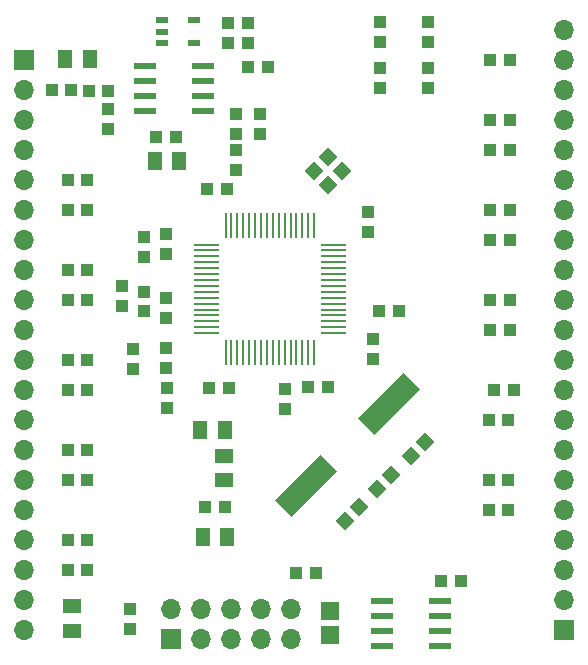
<source format=gbr>
%TF.GenerationSoftware,KiCad,Pcbnew,7.0.8*%
%TF.CreationDate,2024-01-04T13:35:51+01:00*%
%TF.ProjectId,OSSI_CM1,4f535349-5f43-44d3-912e-6b696361645f,rev?*%
%TF.SameCoordinates,Original*%
%TF.FileFunction,Soldermask,Top*%
%TF.FilePolarity,Negative*%
%FSLAX46Y46*%
G04 Gerber Fmt 4.6, Leading zero omitted, Abs format (unit mm)*
G04 Created by KiCad (PCBNEW 7.0.8) date 2024-01-04 13:35:51*
%MOMM*%
%LPD*%
G01*
G04 APERTURE LIST*
G04 Aperture macros list*
%AMRotRect*
0 Rectangle, with rotation*
0 The origin of the aperture is its center*
0 $1 length*
0 $2 width*
0 $3 Rotation angle, in degrees counterclockwise*
0 Add horizontal line*
21,1,$1,$2,0,0,$3*%
G04 Aperture macros list end*
%ADD10R,1.100000X1.100000*%
%ADD11RotRect,1.100000X1.100000X225.000000*%
%ADD12R,1.050000X0.600000*%
%ADD13RotRect,1.100000X1.100000X45.000000*%
%ADD14R,1.500000X1.250000*%
%ADD15R,1.500000X1.500000*%
%ADD16R,1.970000X0.600000*%
%ADD17R,1.250000X1.500000*%
%ADD18RotRect,5.500000X2.000000X45.000000*%
%ADD19R,1.700000X1.700000*%
%ADD20O,1.700000X1.700000*%
%ADD21O,1.500000X0.250000*%
%ADD22O,0.250000X1.500000*%
G04 APERTURE END LIST*
D10*
%TO.C,R140*%
X153550000Y-79804000D03*
X153550000Y-78127600D03*
%TD*%
%TO.C,H140*%
X153550000Y-75904000D03*
X153550000Y-74227600D03*
%TD*%
D11*
%TO.C,C102*%
X153292443Y-109761556D03*
X152107049Y-110946950D03*
%TD*%
D10*
%TO.C,R124*%
X124738200Y-120650000D03*
X123061800Y-120650000D03*
%TD*%
D12*
%TO.C,D101*%
X131038200Y-74104000D03*
X131038200Y-75054000D03*
X131038200Y-76004000D03*
X133738200Y-76004000D03*
X133738200Y-74104000D03*
%TD*%
D10*
%TO.C,R114*%
X160858200Y-105410000D03*
X159181800Y-105410000D03*
%TD*%
%TO.C,R131*%
X139350000Y-82015800D03*
X139350000Y-83692200D03*
%TD*%
%TO.C,R132*%
X126526400Y-80104000D03*
X124850000Y-80104000D03*
%TD*%
%TO.C,R115*%
X160488200Y-100330000D03*
X158811800Y-100330000D03*
%TD*%
%TO.C,R105*%
X123061800Y-102870000D03*
X124738200Y-102870000D03*
%TD*%
%TO.C,C115*%
X154673600Y-121529001D03*
X156350000Y-121529001D03*
%TD*%
%TO.C,R123*%
X124738200Y-118110000D03*
X123061800Y-118110000D03*
%TD*%
%TO.C,R116*%
X148939008Y-101065800D03*
X148939008Y-102742200D03*
%TD*%
D13*
%TO.C,R121*%
X145107303Y-87996697D03*
X146292697Y-86811303D03*
%TD*%
D10*
%TO.C,C106*%
X129500000Y-98742200D03*
X129500000Y-97065800D03*
%TD*%
D14*
%TO.C,L101*%
X136336800Y-110979000D03*
X136336800Y-113029000D03*
%TD*%
D10*
%TO.C,R127*%
X158711800Y-113030000D03*
X160388200Y-113030000D03*
%TD*%
%TO.C,R102*%
X123061800Y-95250000D03*
X124738200Y-95250000D03*
%TD*%
%TO.C,R104*%
X123061800Y-97790000D03*
X124738200Y-97790000D03*
%TD*%
%TO.C,R109*%
X123061800Y-90170000D03*
X124738200Y-90170000D03*
%TD*%
%TO.C,C112*%
X134861800Y-88404000D03*
X136538200Y-88404000D03*
%TD*%
%TO.C,R118*%
X158811800Y-92710000D03*
X160488200Y-92710000D03*
%TD*%
D15*
%TO.C,RESET0*%
X145300000Y-126100000D03*
X145300000Y-124100000D03*
%TD*%
D10*
%TO.C,R106*%
X123061800Y-105410000D03*
X124738200Y-105410000D03*
%TD*%
%TO.C,C116*%
X131450000Y-106892200D03*
X131450000Y-105215800D03*
%TD*%
%TO.C,C120*%
X134736800Y-115297400D03*
X136413200Y-115297400D03*
%TD*%
D16*
%TO.C,U104*%
X129613200Y-77999000D03*
X129613200Y-79269000D03*
X129613200Y-80539000D03*
X129613200Y-81809000D03*
X134563200Y-81809000D03*
X134563200Y-80539000D03*
X134563200Y-79269000D03*
X134563200Y-77999000D03*
%TD*%
D10*
%TO.C,R119*%
X158811800Y-90170000D03*
X160488200Y-90170000D03*
%TD*%
D17*
%TO.C,C124*%
X124925000Y-77404000D03*
X122875000Y-77404000D03*
%TD*%
D13*
%TO.C,R122*%
X143957303Y-86846697D03*
X145142697Y-85661303D03*
%TD*%
D10*
%TO.C,R134*%
X132226400Y-84004000D03*
X130550000Y-84004000D03*
%TD*%
%TO.C,C105*%
X127700000Y-98242200D03*
X127700000Y-96565800D03*
%TD*%
%TO.C,R133*%
X126526400Y-81615800D03*
X126526400Y-83292200D03*
%TD*%
%TO.C,R120*%
X158861800Y-85090000D03*
X160538200Y-85090000D03*
%TD*%
D16*
%TO.C,U103*%
X149675001Y-123224000D03*
X149675001Y-124494000D03*
X149675001Y-125764000D03*
X149675001Y-127034000D03*
X154625001Y-127034000D03*
X154625001Y-125764000D03*
X154625001Y-124494000D03*
X154625001Y-123224000D03*
%TD*%
D10*
%TO.C,R129*%
X138338200Y-76054000D03*
X136661800Y-76054000D03*
%TD*%
%TO.C,R107*%
X123061800Y-110490000D03*
X124738200Y-110490000D03*
%TD*%
%TO.C,H141*%
X149550000Y-75904000D03*
X149550000Y-74227600D03*
%TD*%
%TO.C,R135*%
X123388200Y-80010000D03*
X121711800Y-80010000D03*
%TD*%
%TO.C,C109*%
X128600000Y-103592200D03*
X128600000Y-101915800D03*
%TD*%
D13*
%TO.C,R110*%
X149278622Y-113775378D03*
X150464016Y-112589984D03*
%TD*%
D10*
%TO.C,R111*%
X141450000Y-107025400D03*
X141450000Y-105349000D03*
%TD*%
D14*
%TO.C,C114*%
X123424163Y-123706297D03*
X123424163Y-125756297D03*
%TD*%
D10*
%TO.C,R108*%
X123061800Y-113030000D03*
X124738200Y-113030000D03*
%TD*%
%TO.C,R126*%
X158811800Y-77470000D03*
X160488200Y-77470000D03*
%TD*%
%TO.C,C103*%
X129500000Y-92465800D03*
X129500000Y-94142200D03*
%TD*%
D18*
%TO.C,Y101*%
X143286882Y-113544577D03*
X150287240Y-106544219D03*
%TD*%
D10*
%TO.C,R141*%
X149550000Y-79804000D03*
X149550000Y-78127600D03*
%TD*%
%TO.C,C108*%
X145110303Y-105126540D03*
X143433903Y-105126540D03*
%TD*%
%TO.C,R128*%
X158711800Y-115570000D03*
X160388200Y-115570000D03*
%TD*%
%TO.C,C113*%
X131400000Y-93842200D03*
X131400000Y-92165800D03*
%TD*%
%TO.C,C110*%
X135019332Y-105197250D03*
X136695732Y-105197250D03*
%TD*%
D19*
%TO.C,X101*%
X131850000Y-126454000D03*
D20*
X131850000Y-123914000D03*
X134390000Y-126454000D03*
X134390000Y-123914000D03*
X136930000Y-126454000D03*
X136930000Y-123914000D03*
X139470000Y-126454000D03*
X139470000Y-123914000D03*
X142010000Y-126454000D03*
X142010000Y-123914000D03*
%TD*%
D10*
%TO.C,C104*%
X137350000Y-85054000D03*
X137350000Y-86730400D03*
%TD*%
%TO.C,R125*%
X158811800Y-82550000D03*
X160488200Y-82550000D03*
%TD*%
%TO.C,R130*%
X136661800Y-74354000D03*
X138338200Y-74354000D03*
%TD*%
%TO.C,C107*%
X131400000Y-97615800D03*
X131400000Y-99292200D03*
%TD*%
D17*
%TO.C,C123*%
X132475000Y-86004000D03*
X130425000Y-86004000D03*
%TD*%
D21*
%TO.C,U102*%
X134441342Y-93080598D03*
X135191342Y-93080598D03*
X134441342Y-93580598D03*
X135191342Y-93580598D03*
X134441342Y-94080598D03*
X135191342Y-94080598D03*
X134441342Y-94580598D03*
X135191342Y-94580598D03*
X134441342Y-95080598D03*
X135191342Y-95080598D03*
X134441342Y-95580598D03*
X135191342Y-95580598D03*
X134441342Y-96080598D03*
X135191342Y-96080598D03*
X134441342Y-96580598D03*
X135191342Y-96580598D03*
X134441342Y-97080598D03*
X135191342Y-97080598D03*
X134441342Y-97580598D03*
X135191342Y-97580598D03*
X134441342Y-98080598D03*
X135191342Y-98080598D03*
X134441342Y-98580598D03*
X135191342Y-98580598D03*
X134441342Y-99080598D03*
X135191342Y-99080598D03*
X134441342Y-99580598D03*
X135191342Y-99580598D03*
X134441342Y-100080598D03*
X135191342Y-100080598D03*
X134441342Y-100580598D03*
X135191342Y-100580598D03*
D22*
X136441342Y-101830598D03*
X136441342Y-102580598D03*
X136941342Y-101830598D03*
X136941342Y-102580598D03*
X137441342Y-101830598D03*
X137441342Y-102580598D03*
X137941342Y-101830598D03*
X137941342Y-102580598D03*
X138441342Y-101830598D03*
X138441342Y-102580598D03*
X138941342Y-101830598D03*
X138941342Y-102580598D03*
X139441342Y-101830598D03*
X139441342Y-102580598D03*
X139941342Y-101830598D03*
X139941342Y-102580598D03*
X140441342Y-101830598D03*
X140441342Y-102580598D03*
X140941342Y-101830598D03*
X140941342Y-102580598D03*
X141441342Y-101830598D03*
X141441342Y-102580598D03*
X141941342Y-101830598D03*
X141941342Y-102580598D03*
X142441342Y-101830598D03*
X142441342Y-102580598D03*
X142941342Y-101830598D03*
X142941342Y-102580598D03*
X143441342Y-101830598D03*
X143441342Y-102580598D03*
X143941342Y-101830598D03*
X143941342Y-102580598D03*
D21*
X145191342Y-100580598D03*
X145941342Y-100580598D03*
X145191342Y-100080598D03*
X145941342Y-100080598D03*
X145191342Y-99580598D03*
X145941342Y-99580598D03*
X145191342Y-99080598D03*
X145941342Y-99080598D03*
X145191342Y-98580598D03*
X145941342Y-98580598D03*
X145191342Y-98080598D03*
X145941342Y-98080598D03*
X145191342Y-97580598D03*
X145941342Y-97580598D03*
X145191342Y-97080598D03*
X145941342Y-97080598D03*
X145191342Y-96580598D03*
X145941342Y-96580598D03*
X145191342Y-96080598D03*
X145941342Y-96080598D03*
X145191342Y-95580598D03*
X145941342Y-95580598D03*
X145191342Y-95080598D03*
X145941342Y-95080598D03*
X145191342Y-94580598D03*
X145941342Y-94580598D03*
X145191342Y-94080598D03*
X145941342Y-94080598D03*
X145191342Y-93580598D03*
X145941342Y-93580598D03*
X145191342Y-93080598D03*
X145941342Y-93080598D03*
D22*
X143941342Y-91080598D03*
X143941342Y-91830598D03*
X143441342Y-91080598D03*
X143441342Y-91830598D03*
X142941342Y-91080598D03*
X142941342Y-91830598D03*
X142441342Y-91080598D03*
X142441342Y-91830598D03*
X141941342Y-91080598D03*
X141941342Y-91830598D03*
X141441342Y-91080598D03*
X141441342Y-91830598D03*
X140941342Y-91080598D03*
X140941342Y-91830598D03*
X140441342Y-91080598D03*
X140441342Y-91830598D03*
X139941342Y-91080598D03*
X139941342Y-91830598D03*
X139441342Y-91080598D03*
X139441342Y-91830598D03*
X138941342Y-91080598D03*
X138941342Y-91830598D03*
X138441342Y-91080598D03*
X138441342Y-91830598D03*
X137941342Y-91080598D03*
X137941342Y-91830598D03*
X137441342Y-91080598D03*
X137441342Y-91830598D03*
X136941342Y-91080598D03*
X136941342Y-91830598D03*
X136441342Y-91080598D03*
X136441342Y-91830598D03*
%TD*%
D10*
%TO.C,C117*%
X131400000Y-103542200D03*
X131400000Y-101865800D03*
%TD*%
%TO.C,C119*%
X137350000Y-83692200D03*
X137350000Y-82015800D03*
%TD*%
D17*
%TO.C,C118*%
X134311800Y-108804000D03*
X136361800Y-108804000D03*
%TD*%
D10*
%TO.C,R103*%
X123061800Y-87630000D03*
X124738200Y-87630000D03*
%TD*%
%TO.C,R112*%
X151088200Y-98704000D03*
X149411800Y-98704000D03*
%TD*%
D13*
%TO.C,C101*%
X146564606Y-116489394D03*
X147750000Y-115304000D03*
%TD*%
D10*
%TO.C,C111*%
X148497561Y-90327600D03*
X148497561Y-92004000D03*
%TD*%
%TO.C,R101*%
X128370000Y-125652200D03*
X128370000Y-123975800D03*
%TD*%
%TO.C,R136*%
X142400000Y-120900000D03*
X144076400Y-120900000D03*
%TD*%
%TO.C,R117*%
X158811800Y-97790000D03*
X160488200Y-97790000D03*
%TD*%
%TO.C,C122*%
X140026400Y-78004000D03*
X138350000Y-78004000D03*
%TD*%
%TO.C,R113*%
X160388200Y-107950000D03*
X158711800Y-107950000D03*
%TD*%
D17*
%TO.C,C121*%
X134550000Y-117797400D03*
X136600000Y-117797400D03*
%TD*%
D19*
%TO.C,X201*%
X119380000Y-77470000D03*
D20*
X119380000Y-80010000D03*
X119380000Y-82550000D03*
X119380000Y-85090000D03*
X119380000Y-87630000D03*
X119380000Y-90170000D03*
X119380000Y-92710000D03*
X119380000Y-95250000D03*
X119380000Y-97790000D03*
X119380000Y-100330000D03*
X119380000Y-102870000D03*
X119380000Y-105410000D03*
X119380000Y-107950000D03*
X119380000Y-110490000D03*
X119380000Y-113030000D03*
X119380000Y-115570000D03*
X119380000Y-118110000D03*
X119380000Y-120650000D03*
X119380000Y-123190000D03*
X119380000Y-125730000D03*
%TD*%
D19*
%TO.C,X202*%
X165100000Y-125730000D03*
D20*
X165100000Y-123190000D03*
X165100000Y-120650000D03*
X165100000Y-118110000D03*
X165100000Y-115570000D03*
X165100000Y-113030000D03*
X165100000Y-110490000D03*
X165100000Y-107950000D03*
X165100000Y-105410000D03*
X165100000Y-102870000D03*
X165100000Y-100330000D03*
X165100000Y-97790000D03*
X165100000Y-95250000D03*
X165100000Y-92710000D03*
X165100000Y-90170000D03*
X165100000Y-87630000D03*
X165100000Y-85090000D03*
X165100000Y-82550000D03*
X165100000Y-80010000D03*
X165100000Y-77470000D03*
X165100000Y-74930000D03*
%TD*%
M02*

</source>
